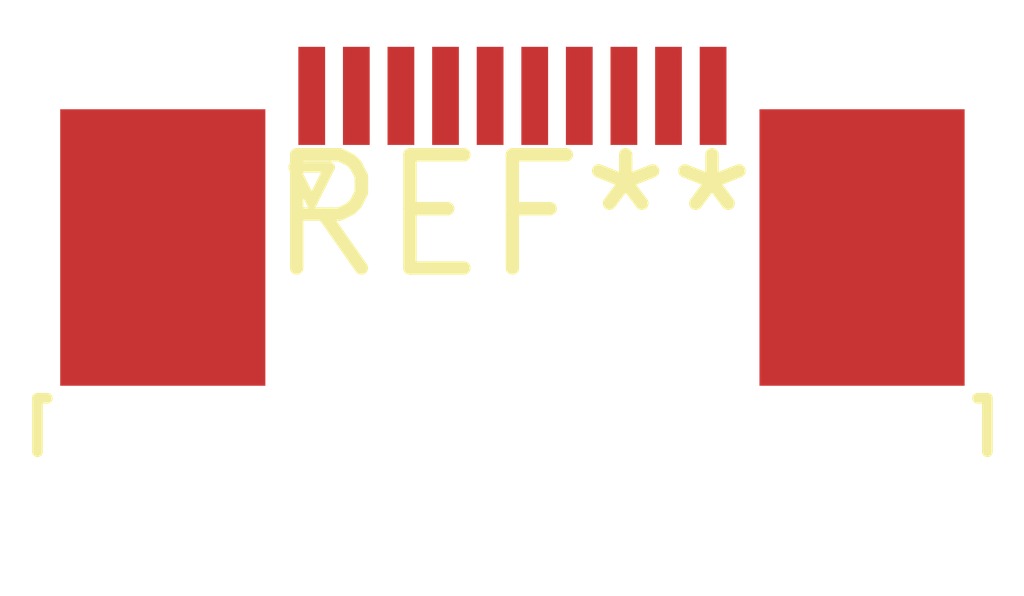
<source format=kicad_pcb>
(kicad_pcb (version 20240108) (generator pcbnew)
  (layers (0 "F.Cu" signal) (31 "B.Cu" signal) (34 "B.Paste" user) (35 "F.Paste" user) (36 "B.SilkS" user "B.Silkscreen") (37 "F.SilkS" user "F.Silkscreen") (38 "B.Mask" user) (39 "F.Mask" user) (44 "Edge.Cuts" user))
  (net 0 "")
  (footprint "TE_1-1734839-0_1x10-1MP_P0.5mm_Horizontal" (layer "F.Cu") (at 0 0)
    (property "Reference" "REF**")
    (property "Value" "PCB Edge")
    (fp_line (start -5.325 2.04) (end -5.325 2.64) (layer "F.SilkS") (stroke (width 0.12)))
    (fp_line (start -5.215 2.04) (end -5.325 2.04) (layer "F.SilkS") (stroke (width 0.12)))
    (fp_line (start -2.45 -0.55) (end -2.25 -0.15) (layer "F.SilkS") (stroke (width 0.12)))
    (fp_line (start -2.25 -0.15) (end -2.05 -0.55) (layer "F.SilkS") (stroke (width 0.12)))
    (fp_line (start -2.05 -0.55) (end -2.45 -0.55) (layer "F.SilkS") (stroke (width 0.12)))
    (fp_line (start 5.215 2.04) (end 5.325 2.04) (layer "F.SilkS") (stroke (width 0.12)))
    (fp_line (start 5.325 2.04) (end 5.325 2.64) (layer "F.SilkS") (stroke (width 0.12)))
    (pad "1" smd rect (at -2.25 -1.35) (size 0.3 1.1) (layers "F.Cu" "F.Paste" "F.Mask"))
    (pad "2" smd rect (at -1.75 -1.35) (size 0.3 1.1) (layers "F.Cu" "F.Paste" "F.Mask"))
    (pad "3" smd rect (at -1.25 -1.35) (size 0.3 1.1) (layers "F.Cu" "F.Paste" "F.Mask"))
    (pad "4" smd rect (at -0.75 -1.35) (size 0.3 1.1) (layers "F.Cu" "F.Paste" "F.Mask"))
    (pad "5" smd rect (at -0.25 -1.35) (size 0.3 1.1) (layers "F.Cu" "F.Paste" "F.Mask"))
    (pad "6" smd rect (at 0.25 -1.35) (size 0.3 1.1) (layers "F.Cu" "F.Paste" "F.Mask"))
    (pad "7" smd rect (at 0.75 -1.35) (size 0.3 1.1) (layers "F.Cu" "F.Paste" "F.Mask"))
    (pad "8" smd rect (at 1.25 -1.35) (size 0.3 1.1) (layers "F.Cu" "F.Paste" "F.Mask"))
    (pad "9" smd rect (at 1.75 -1.35) (size 0.3 1.1) (layers "F.Cu" "F.Paste" "F.Mask"))
    (pad "10" smd rect (at 2.25 -1.35) (size 0.3 1.1) (layers "F.Cu" "F.Paste" "F.Mask"))
    (pad "MP" smd rect (at -3.92 0.35) (size 2.3 3.1) (layers "F.Cu" "F.Paste" "F.Mask"))
    (pad "MP" smd rect (at 3.92 0.35) (size 2.3 3.1) (layers "F.Cu" "F.Paste" "F.Mask"))
  )
)
</source>
